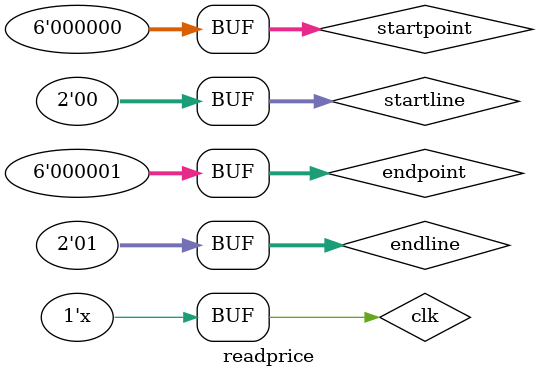
<source format=v>
`timescale 1ns / 1ps


module readprice;
reg clk;
reg[1:0]startline = 0;
reg[5:0]startpoint = 0;
reg[1:0]endline =1;
reg[5:0]endpoint =1;
wire[7:0]segg;
wire[7:0]an;
dispram si(
clk,
startline,
startpoint,
endline,
endpoint,
segg,
an
);
initial begin
clk =0;
end
always #10 clk=~clk;
endmodule

</source>
